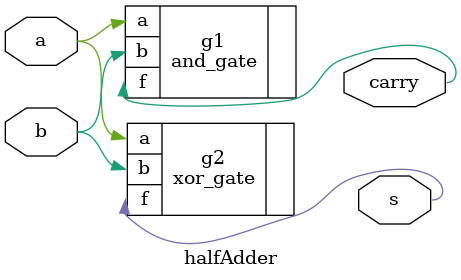
<source format=sv>
`timescale 1ns / 1ps


module halfAdder(
    input   a,
    input   b,
    output   s,
    output   carry
    );


and_gate g1(.a(a),.b(b),.f(carry));
xor_gate g2(.a(a),.b(b),.f(s));

endmodule

</source>
